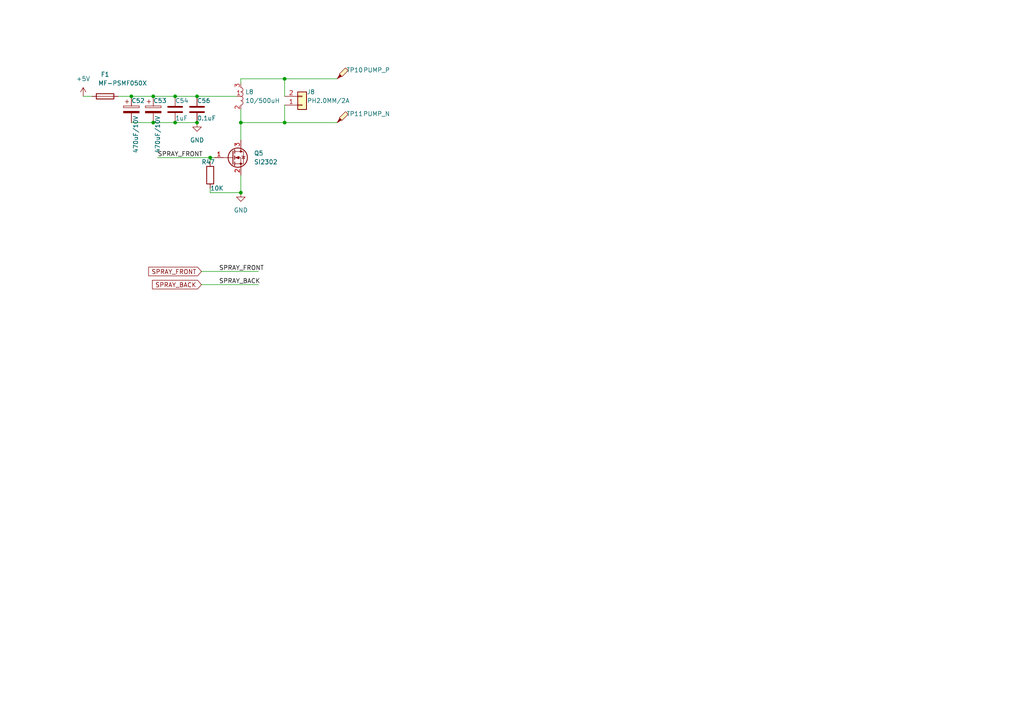
<source format=kicad_sch>
(kicad_sch (version 20211123) (generator eeschema)
  (paper "A4")
  (title_block (title "EDS-01-Main") (date "2022-10-19") (rev "V0.2") (company "Timye"))
  (lib_symbols
    (symbol "Connector:TestPoint_Probe" (pin_numbers hide) (pin_names (offset 0.762) hide)
      (property "Reference" "TP" (at 1.651 5.842 0))
      (property "Value" "TestPoint_Probe" (at 1.651 4.064 0))
      (symbol "TestPoint_Probe_0_1"
        (polyline (pts (xy 1.27 0.762) (xy 0 0) (xy 0.762 1.27) (xy 1.27 0.762)) (fill (type outline)))
        (polyline (pts (xy 1.397 0.635) (xy 0.635 1.397) (xy 2.413 3.175) (xy 3.175 2.413) (xy 1.397 0.635)) (fill (type background)))
      )
      (symbol "TestPoint_Probe_1_1"
        (pin passive line (at 0 0 90) (length 0) (name "1") (number "1"))
      )
    )
    (symbol "Connector_Generic:Conn_01x02" (pin_names (offset 1.016) hide)
      (property "Reference" "J" (at 0 2.54 0))
      (property "Value" "Conn_01x02" (at 0 -5.08 0))
      (symbol "Conn_01x02_1_1"
        (rectangle (start -1.27 -2.413) (end 0 -2.667) (stroke (width 0.1524)))
        (rectangle (start -1.27 0.127) (end 0 -0.127) (stroke (width 0.1524)))
        (rectangle (start -1.27 1.27) (end 1.27 -3.81) (stroke (width 0.254)) (fill (type background)))
        (pin passive line (at -5.08 0 0) (length 3.81) (name "Pin_1") (number "1"))
        (pin passive line (at -5.08 -2.54 0) (length 3.81) (name "Pin_2") (number "2"))
      )
    )
    (symbol "Device:C" (pin_numbers hide) (pin_names (offset 0.254))
      (property "Reference" "C" (at 0.635 2.54 0))
      (property "Value" "C" (at 0.635 -2.54 0))
      (symbol "C_0_1"
        (polyline (pts (xy -2.032 -0.762) (xy 2.032 -0.762)) (stroke (width 0.508)))
        (polyline (pts (xy -2.032 0.762) (xy 2.032 0.762)) (stroke (width 0.508)))
      )
      (symbol "C_1_1"
        (pin passive line (at 0 3.81 270) (length 2.794) (name "~") (number "1"))
        (pin passive line (at 0 -3.81 90) (length 2.794) (name "~") (number "2"))
      )
    )
    (symbol "Device:C_Polarized" (pin_numbers hide) (pin_names (offset 0.254))
      (property "Reference" "C" (at 0.635 2.54 0))
      (property "Value" "C_Polarized" (at 0.635 -2.54 0))
      (symbol "C_Polarized_0_1"
        (rectangle (start -2.286 0.508) (end 2.286 1.016))
        (polyline (pts (xy -1.778 2.286) (xy -0.762 2.286)))
        (polyline (pts (xy -1.27 2.794) (xy -1.27 1.778)))
        (rectangle (start 2.286 -0.508) (end -2.286 -1.016) (fill (type outline)))
      )
      (symbol "C_Polarized_1_1"
        (pin passive line (at 0 3.81 270) (length 2.794) (name "~") (number "1"))
        (pin passive line (at 0 -3.81 90) (length 2.794) (name "~") (number "2"))
      )
    )
    (symbol "Device:Fuse" (pin_numbers hide) (pin_names (offset 0))
      (property "Reference" "F" (at 2.032 0 90))
      (property "Value" "Fuse" (at -1.905 0 90))
      (symbol "Fuse_0_1"
        (rectangle (start -0.762 -2.54) (end 0.762 2.54) (stroke (width 0.254)))
        (polyline (pts (xy 0 2.54) (xy 0 -2.54)))
      )
      (symbol "Fuse_1_1"
        (pin passive line (at 0 3.81 270) (length 1.27) (name "~") (number "1"))
        (pin passive line (at 0 -3.81 90) (length 1.27) (name "~") (number "2"))
      )
    )
    (symbol "Device:Q_NMOS_GSD" (pin_names (offset 0) hide)
      (property "Reference" "Q" (at 5.08 1.27 0))
      (property "Value" "Q_NMOS_GSD" (at 5.08 -1.27 0))
      (symbol "Q_NMOS_GSD_0_1"
        (polyline (pts (xy 0.254 0) (xy -2.54 0)))
        (polyline (pts (xy 0.254 1.905) (xy 0.254 -1.905)) (stroke (width 0.254)))
        (polyline (pts (xy 0.762 -1.27) (xy 0.762 -2.286)) (stroke (width 0.254)))
        (polyline (pts (xy 0.762 0.508) (xy 0.762 -0.508)) (stroke (width 0.254)))
        (polyline (pts (xy 0.762 2.286) (xy 0.762 1.27)) (stroke (width 0.254)))
        (polyline (pts (xy 2.54 2.54) (xy 2.54 1.778)))
        (polyline (pts (xy 2.54 -2.54) (xy 2.54 0) (xy 0.762 0)))
        (polyline (pts (xy 0.762 -1.778) (xy 3.302 -1.778) (xy 3.302 1.778) (xy 0.762 1.778)))
        (polyline (pts (xy 1.016 0) (xy 2.032 0.381) (xy 2.032 -0.381) (xy 1.016 0)) (fill (type outline)))
        (polyline (pts (xy 2.794 0.508) (xy 2.921 0.381) (xy 3.683 0.381) (xy 3.81 0.254)))
        (polyline (pts (xy 3.302 0.381) (xy 2.921 -0.254) (xy 3.683 -0.254) (xy 3.302 0.381)))
        (circle (center 1.651 0) (radius 2.794) (stroke (width 0.254)))
        (circle (center 2.54 -1.778) (radius 0.254) (fill (type outline)))
        (circle (center 2.54 1.778) (radius 0.254) (fill (type outline)))
      )
      (symbol "Q_NMOS_GSD_1_1"
        (pin input line (at -5.08 0 0) (length 2.54) (name "G") (number "1"))
        (pin passive line (at 2.54 -5.08 90) (length 2.54) (name "S") (number "2"))
        (pin passive line (at 2.54 5.08 270) (length 2.54) (name "D") (number "3"))
      )
    )
    (symbol "Device:R" (pin_numbers hide) (pin_names (offset 0))
      (property "Reference" "R" (at 2.032 0 90))
      (property "Value" "R" (at 0 0 90))
      (symbol "R_0_1"
        (rectangle (start -1.016 -2.54) (end 1.016 2.54) (stroke (width 0.254)))
      )
      (symbol "R_1_1"
        (pin passive line (at 0 3.81 270) (length 1.27) (name "~") (number "1"))
        (pin passive line (at 0 -3.81 90) (length 1.27) (name "~") (number "2"))
      )
    )
    (symbol "Ovo_Device:L_Coupled_1213" (pin_names hide)
      (property "Reference" "L" (at 2.54 2.54 0))
      (property "Value" "L_Coupled_1213" (at 10.16 0 0))
      (symbol "L_Coupled_1213_0_1"
        (arc (start 0 -2.54) (mid 0.635 -1.905) (end 0 -1.27))
        (arc (start 0 -1.27) (mid 0.635 -0.635) (end 0 0))
        (arc (start 0 0) (mid 0.635 0.635) (end 0 1.27))
        (arc (start 0 1.27) (mid 0.635 1.905) (end 0 2.54))
      )
      (symbol "L_Coupled_1213_1_1"
        (pin passive line (at -1.27 0 0) (length 1.27) (name "1") (number "1"))
        (pin passive line (at 0 -3.81 90) (length 1.27) (name "2") (number "2"))
        (pin passive line (at 0 3.81 270) (length 1.27) (name "3") (number "3"))
      )
    )
    (symbol "power:+5V" (power) (pin_names (offset 0))
      (property "Value" "+5V" (at 0 3.556 0))
      (symbol "+5V_0_1"
        (polyline (pts (xy -0.762 1.27) (xy 0 2.54)))
        (polyline (pts (xy 0 0) (xy 0 2.54)))
        (polyline (pts (xy 0 2.54) (xy 0.762 1.27)))
      )
      (symbol "+5V_1_1"
        (pin power_in line (at 0 0 90) (length 0) hide (name "+5V") (number "1"))
      )
    )
    (symbol "power:GND" (power) (pin_names (offset 0))
      (property "Value" "GND" (at 0 -3.81 0))
      (symbol "GND_0_1"
        (polyline (pts (xy 0 0) (xy 0 -1.27) (xy 1.27 -1.27) (xy 0 -2.54) (xy -1.27 -1.27) (xy 0 -1.27)))
      )
      (symbol "GND_1_1"
        (pin power_in line (at 0 0 270) (length 0) hide (name "GND") (number "1"))
      )
    )
  )
  (junction (at 50.8 35.56))
  (junction (at 69.85 35.56))
  (junction (at 57.15 35.56))
  (junction (at 69.85 55.88))
  (junction (at 44.45 35.56))
  (junction (at 82.55 35.56))
  (junction (at 38.1 27.94))
  (junction (at 50.8 27.94))
  (junction (at 44.45 27.94))
  (junction (at 60.96 45.72))
  (junction (at 82.55 22.86))
  (junction (at 57.15 27.94))
  (wire (pts (xy 69.85 22.86) (xy 69.85 24.13)))
  (wire (pts (xy 82.55 35.56) (xy 97.79 35.56)))
  (wire (pts (xy 60.96 45.72) (xy 60.96 46.99)))
  (wire (pts (xy 44.45 27.94) (xy 50.8 27.94)))
  (wire (pts (xy 82.55 22.86) (xy 97.79 22.86)))
  (wire (pts (xy 50.8 27.94) (xy 57.15 27.94)))
  (wire (pts (xy 58.42 78.74) (xy 74.93 78.74)))
  (wire (pts (xy 82.55 30.48) (xy 82.55 35.56)))
  (wire (pts (xy 60.96 55.88) (xy 60.96 54.61)))
  (wire (pts (xy 38.1 27.94) (xy 44.45 27.94)))
  (wire (pts (xy 82.55 22.86) (xy 82.55 27.94)))
  (wire (pts (xy 69.85 31.75) (xy 69.85 35.56)))
  (wire (pts (xy 69.85 55.88) (xy 69.85 50.8)))
  (wire (pts (xy 69.85 35.56) (xy 69.85 40.64)))
  (wire (pts (xy 60.96 45.72) (xy 62.23 45.72)))
  (wire (pts (xy 34.29 27.94) (xy 38.1 27.94)))
  (wire (pts (xy 82.55 35.56) (xy 69.85 35.56)))
  (wire (pts (xy 57.15 27.94) (xy 68.58 27.94)))
  (wire (pts (xy 38.1 35.56) (xy 44.45 35.56)))
  (wire (pts (xy 58.42 82.55) (xy 74.93 82.55)))
  (wire (pts (xy 50.8 35.56) (xy 57.15 35.56)))
  (wire (pts (xy 45.72 45.72) (xy 60.96 45.72)))
  (wire (pts (xy 69.85 22.86) (xy 82.55 22.86)))
  (wire (pts (xy 69.85 55.88) (xy 60.96 55.88)))
  (wire (pts (xy 24.13 27.94) (xy 26.67 27.94)))
  (wire (pts (xy 44.45 35.56) (xy 50.8 35.56)))
  (label "SPRAY_FRONT" (at 63.5 78.74 0))
  (label "SPRAY_BACK" (at 63.5 82.55 0))
  (label "SPRAY_FRONT" (at 45.72 45.72 0))
  (global_label "SPRAY_BACK" (shape input) (at 58.42 82.55 180) (property "Intersheet References" "${INTERSHEET_REFS}" (effects hide)))
  (global_label "SPRAY_FRONT" (shape input) (at 58.42 78.74 180) (property "Intersheet References" "${INTERSHEET_REFS}" (effects hide)))
  (symbol (lib_id "Device:Q_NMOS_GSD") (at 67.31 45.72 0) (unit 1)
    (property "Reference" "Q5" (at 73.66 44.4499 0) (effects (justify left)))
    (property "Value" "SI2302" (at 73.66 46.9899 0) (effects (justify left)))
    (property "Footprint" "Package_TO_SOT_SMD:SOT-23" (effects hide))
  )
  (symbol (lib_id "Connector_Generic:Conn_01x02") (at 87.63 30.48 0) (mirror x) (unit 1)
    (property "Reference" "J8" (at 90.17 26.67 0))
    (property "Value" "PH2.0MM/2A" (at 95.25 29.21 0))
    (property "Footprint" "Connector_JST:JST_PH_B2B-PH-K_1x02_P2.00mm_Vertical" (effects hide))
  )
  (symbol (lib_id "Connector:TestPoint_Probe") (at 97.79 22.86 0) (unit 1)
    (property "Reference" "TP10" (at 102.87 20.32 0))
    (property "Value" "PUMP_P" (at 109.22 20.32 0))
    (property "Footprint" "TestPoint:TestPoint_Pad_D1.0mm" (effects hide))
  )
  (symbol (lib_id "Device:C_Polarized") (at 38.1 31.75 0) (unit 1)
    (property "Reference" "C52" (at 38.1 29.21 0) (effects (justify left)))
    (property "Value" "470uF/10V" (at 39.37 44.45 90) (effects (justify left)))
    (property "Footprint" "Capacitor_SMD:CP_Elec_6.3x7.7" (effects hide))
  )
  (symbol (lib_id "power:GND") (at 57.15 35.56 0) (unit 1)
    (property "Reference" "#PWR0189" (effects hide))
    (property "Value" "GND" (at 57.15 40.64 0))
  )
  (symbol (lib_id "Ovo_Device:L_Coupled_1213") (at 69.85 27.94 0) (unit 1)
    (property "Reference" "L8" (at 71.12 26.6699 0) (effects (justify left)))
    (property "Value" "10/500uH" (at 71.12 29.2099 0) (effects (justify left)))
    (property "Footprint" "Ovo_Inductor_Boost:L_WLJ_CD0805" (effects hide))
  )
  (symbol (lib_id "Connector:TestPoint_Probe") (at 97.79 35.56 0) (unit 1)
    (property "Reference" "TP11" (at 102.87 33.02 0))
    (property "Value" "PUMP_N" (at 109.22 33.02 0))
    (property "Footprint" "TestPoint:TestPoint_Pad_D1.0mm" (effects hide))
  )
  (symbol (lib_id "Device:C") (at 50.8 31.75 0) (unit 1)
    (property "Reference" "C54" (at 50.8 29.21 0) (effects (justify left)))
    (property "Value" "1uF" (at 50.8 34.29 0) (effects (justify left)))
    (property "Footprint" "Capacitor_SMD:C_0603_1608Metric" (effects hide))
  )
  (symbol (lib_id "Device:Fuse") (at 30.48 27.94 90) (unit 1)
    (property "Reference" "F1" (at 30.48 21.59 90))
    (property "Value" "MF-PSMF050X" (at 35.56 24.13 90))
    (property "Footprint" "Fuse:Fuse_0805_2012Metric" (effects hide))
  )
  (symbol (lib_id "Device:C") (at 57.15 31.75 0) (unit 1)
    (property "Reference" "C56" (at 57.15 29.21 0) (effects (justify left)))
    (property "Value" "0.1uF" (at 57.15 34.29 0) (effects (justify left)))
    (property "Footprint" "Capacitor_SMD:C_0603_1608Metric" (effects hide))
  )
  (symbol (lib_id "power:+5V") (at 24.13 27.94 0) (unit 1)
    (property "Reference" "#PWR0188" (effects hide))
    (property "Value" "+5V" (at 24.13 22.86 0))
  )
  (symbol (lib_id "Device:C_Polarized") (at 44.45 31.75 0) (unit 1)
    (property "Reference" "C53" (at 44.45 29.21 0) (effects (justify left)))
    (property "Value" "470uF/10V" (at 45.72 44.45 90) (effects (justify left)))
    (property "Footprint" "Capacitor_SMD:CP_Elec_6.3x7.7" (effects hide))
  )
  (symbol (lib_id "power:GND") (at 69.85 55.88 0) (unit 1)
    (property "Reference" "#PWR0190" (effects hide))
    (property "Value" "GND" (at 69.85 60.96 0))
  )
  (symbol (lib_id "Device:R") (at 60.96 50.8 0) (unit 1)
    (property "Reference" "R47" (at 58.42 46.99 0) (effects (justify left)))
    (property "Value" "10K" (at 60.96 54.61 0) (effects (justify left)))
    (property "Footprint" "Resistor_SMD:R_0603_1608Metric" (effects hide))
  )
)
</source>
